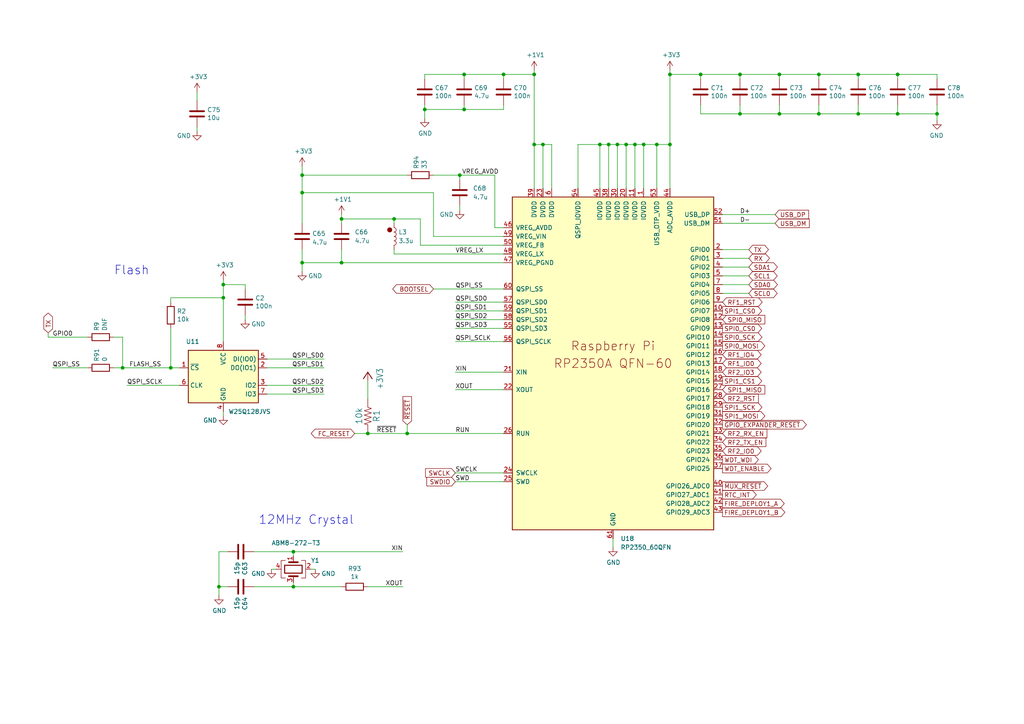
<source format=kicad_sch>
(kicad_sch (version 20250114) (generator "eeschema") (generator_version "9.0")
  (paper "A4")
  (lib_symbols
    (symbol "Adafruit ItsyBitsy RP2040-eagle-import:+3V3" (power)
      (property "Value" "+3V3" (at -2.54 -5.08 90))
      (symbol "+3V3_1_0"
        (polyline (pts (xy 0 0) (xy -1.27 -1.905)) (stroke (width 0.254)))
        (polyline (pts (xy 1.27 -1.905) (xy 0 0)) (stroke (width 0.254)))
        (pin power_in line (at 0 -2.54 90) (length 2.54) (name "+3V3") (number "1"))
      )
    )
    (symbol "Device:C" (pin_numbers (hide yes)) (pin_names (offset 0.254))
      (property "Reference" "C" (at 0.635 2.54 0))
      (property "Value" "C" (at 0.635 -2.54 0))
      (symbol "C_0_1"
        (polyline (pts (xy -2.032 0.762) (xy 2.032 0.762)) (stroke (width 0.508)))
        (polyline (pts (xy -2.032 -0.762) (xy 2.032 -0.762)) (stroke (width 0.508)))
      )
      (symbol "C_1_1"
        (pin passive line (at 0 3.81 270) (length 2.794) (name "~") (number "1"))
        (pin passive line (at 0 -3.81 90) (length 2.794) (name "~") (number "2"))
      )
    )
    (symbol "Device:Crystal_GND24" (pin_names (offset 1.016) (hide yes))
      (property "Reference" "Y" (at 3.175 5.08 0))
      (property "Value" "Crystal_GND24" (at 3.175 3.175 0))
      (symbol "Crystal_GND24_0_1"
        (polyline (pts (xy -2.54 2.286) (xy -2.54 3.556) (xy 2.54 3.556) (xy 2.54 2.286)))
        (polyline (pts (xy -2.54 0) (xy -2.032 0)))
        (polyline (pts (xy -2.54 -2.286) (xy -2.54 -3.556) (xy 2.54 -3.556) (xy 2.54 -2.286)))
        (polyline (pts (xy -2.032 -1.27) (xy -2.032 1.27)) (stroke (width 0.508)))
        (rectangle (start -1.143 2.54) (end 1.143 -2.54) (stroke (width 0.3048)))
        (polyline (pts (xy 0 3.556) (xy 0 3.81)))
        (polyline (pts (xy 0 -3.81) (xy 0 -3.556)))
        (polyline (pts (xy 2.032 0) (xy 2.54 0)))
        (polyline (pts (xy 2.032 -1.27) (xy 2.032 1.27)) (stroke (width 0.508)))
      )
      (symbol "Crystal_GND24_1_1"
        (pin passive line (at -3.81 0 0) (length 1.27) (name "1") (number "1"))
        (pin passive line (at 0 5.08 270) (length 1.27) (name "2") (number "2"))
        (pin passive line (at 0 -5.08 90) (length 1.27) (name "4") (number "4"))
        (pin passive line (at 3.81 0 180) (length 1.27) (name "3") (number "3"))
      )
    )
    (symbol "Device:L" (pin_numbers (hide yes)) (pin_names (offset 1.016) (hide yes))
      (property "Reference" "L" (at -1.27 0 90))
      (property "Value" "L" (at 1.905 0 90))
      (symbol "L_0_1"
        (arc (start 0 2.54) (mid 0.6323 1.905) (end 0 1.27))
        (arc (start 0 1.27) (mid 0.6323 0.635) (end 0 0))
        (arc (start 0 0) (mid 0.6323 -0.635) (end 0 -1.27))
        (arc (start 0 -1.27) (mid 0.6323 -1.905) (end 0 -2.54))
      )
      (symbol "L_1_1"
        (pin passive line (at 0 3.81 270) (length 1.27) (name "1") (number "1"))
        (pin passive line (at 0 -3.81 90) (length 1.27) (name "2") (number "2"))
      )
    )
    (symbol "Device:R" (pin_numbers (hide yes)) (pin_names (offset 0))
      (property "Reference" "R" (at 2.032 0 90))
      (property "Value" "R" (at 0 0 90))
      (symbol "R_0_1"
        (rectangle (start -1.016 -2.54) (end 1.016 2.54) (stroke (width 0.254)))
      )
      (symbol "R_1_1"
        (pin passive line (at 0 3.81 270) (length 1.27) (name "~") (number "1"))
        (pin passive line (at 0 -3.81 90) (length 1.27) (name "~") (number "2"))
      )
    )
    (symbol "MCU_RaspberryPi_RP2350:RP2350_60QFN" (pin_names (offset 1.016))
      (property "Reference" "U" (at -29.21 49.53 0))
      (property "Value" "RP2350_60QFN" (at 24.13 -49.53 0))
      (symbol "RP2350_60QFN_0_0"
        (text "Raspberry Pi" (at 0 5.08 0) (effects (font (size 2.54 2.54))))
      )
      (symbol "RP2350_60QFN_0_1"
        (rectangle (start 29.21 48.26) (end -29.21 -48.26) (stroke (width 0.254)) (fill (type background)))
      )
      (symbol "RP2350_60QFN_1_0"
        (text "RP2350A QFN-60" (at 0 0 0) (effects (font (size 2.54 2.54))))
      )
      (symbol "RP2350_60QFN_1_1"
        (pin power_in line (at -31.75 39.37 0) (length 2.54) (name "VREG_AVDD") (number "46"))
        (pin power_in line (at -31.75 36.83 0) (length 2.54) (name "VREG_VIN") (number "49"))
        (pin input line (at -31.75 34.29 0) (length 2.54) (name "VREG_FB") (number "50"))
        (pin power_out line (at -31.75 31.75 0) (length 2.54) (name "VREG_LX") (number "48"))
        (pin power_in line (at -31.75 29.21 0) (length 2.54) (name "VREG_PGND") (number "47"))
        (pin bidirectional line (at -31.75 21.59 0) (length 2.54) (name "QSPI_SS") (number "60"))
        (pin bidirectional line (at -31.75 17.78 0) (length 2.54) (name "QSPI_SD0") (number "57"))
        (pin bidirectional line (at -31.75 15.24 0) (length 2.54) (name "QSPI_SD1") (number "59"))
        (pin bidirectional line (at -31.75 12.7 0) (length 2.54) (name "QSPI_SD2") (number "58"))
        (pin bidirectional line (at -31.75 10.16 0) (length 2.54) (name "QSPI_SD3") (number "55"))
        (pin output line (at -31.75 6.35 0) (length 2.54) (name "QSPI_SCLK") (number "56"))
        (pin input line (at -31.75 -2.54 0) (length 2.54) (name "XIN") (number "21"))
        (pin passive line (at -31.75 -7.62 0) (length 2.54) (name "XOUT") (number "22"))
        (pin input line (at -31.75 -20.32 0) (length 2.54) (name "RUN") (number "26"))
        (pin output line (at -31.75 -31.75 0) (length 2.54) (name "SWCLK") (number "24"))
        (pin bidirectional line (at -31.75 -34.29 0) (length 2.54) (name "SWD") (number "25"))
        (pin power_in line (at -22.86 50.8 270) (length 2.54) (name "DVDD") (number "39"))
        (pin power_in line (at -20.32 50.8 270) (length 2.54) (name "DVDD") (number "23"))
        (pin power_in line (at -17.78 50.8 270) (length 2.54) (name "DVDD") (number "6"))
        (pin power_in line (at -10.16 50.8 270) (length 2.54) (name "QSPI_IOVDD") (number "54"))
        (pin power_in line (at -3.81 50.8 270) (length 2.54) (name "IOVDD") (number "45"))
        (pin power_in line (at -1.27 50.8 270) (length 2.54) (name "IOVDD") (number "38"))
        (pin power_in line (at 0 -50.8 90) (length 2.54) (name "GND") (number "61"))
        (pin power_in line (at 1.27 50.8 270) (length 2.54) (name "IOVDD") (number "30"))
        (pin power_in line (at 3.81 50.8 270) (length 2.54) (name "IOVDD") (number "20"))
        (pin power_in line (at 6.35 50.8 270) (length 2.54) (name "IOVDD") (number "11"))
        (pin power_in line (at 8.89 50.8 270) (length 2.54) (name "IOVDD") (number "1"))
        (pin power_in line (at 12.7 50.8 270) (length 2.54) (name "USB_OTP_VDD") (number "53"))
        (pin power_in line (at 16.51 50.8 270) (length 2.54) (name "ADC_AVDD") (number "44"))
        (pin bidirectional line (at 31.75 43.18 180) (length 2.54) (name "USB_DP") (number "52"))
        (pin bidirectional line (at 31.75 40.64 180) (length 2.54) (name "USB_DM") (number "51"))
        (pin bidirectional line (at 31.75 33.02 180) (length 2.54) (name "GPIO0") (number "2"))
        (pin bidirectional line (at 31.75 30.48 180) (length 2.54) (name "GPIO1") (number "3"))
        (pin bidirectional line (at 31.75 27.94 180) (length 2.54) (name "GPIO2") (number "4"))
        (pin bidirectional line (at 31.75 25.4 180) (length 2.54) (name "GPIO3") (number "5"))
        (pin bidirectional line (at 31.75 22.86 180) (length 2.54) (name "GPIO4") (number "7"))
        (pin bidirectional line (at 31.75 20.32 180) (length 2.54) (name "GPIO5") (number "8"))
        (pin bidirectional line (at 31.75 17.78 180) (length 2.54) (name "GPIO6") (number "9"))
        (pin bidirectional line (at 31.75 15.24 180) (length 2.54) (name "GPIO7") (number "10"))
        (pin bidirectional line (at 31.75 12.7 180) (length 2.54) (name "GPIO8") (number "12"))
        (pin bidirectional line (at 31.75 10.16 180) (length 2.54) (name "GPIO9") (number "13"))
        (pin bidirectional line (at 31.75 7.62 180) (length 2.54) (name "GPIO10") (number "14"))
        (pin bidirectional line (at 31.75 5.08 180) (length 2.54) (name "GPIO11") (number "15"))
        (pin bidirectional line (at 31.75 2.54 180) (length 2.54) (name "GPIO12") (number "16"))
        (pin bidirectional line (at 31.75 0 180) (length 2.54) (name "GPIO13") (number "17"))
        (pin bidirectional line (at 31.75 -2.54 180) (length 2.54) (name "GPIO14") (number "18"))
        (pin bidirectional line (at 31.75 -5.08 180) (length 2.54) (name "GPIO15") (number "19"))
        (pin bidirectional line (at 31.75 -7.62 180) (length 2.54) (name "GPIO16") (number "27"))
        (pin bidirectional line (at 31.75 -10.16 180) (length 2.54) (name "GPIO17") (number "28"))
        (pin bidirectional line (at 31.75 -12.7 180) (length 2.54) (name "GPIO18") (number "29"))
        (pin bidirectional line (at 31.75 -15.24 180) (length 2.54) (name "GPIO19") (number "31"))
        (pin bidirectional line (at 31.75 -17.78 180) (length 2.54) (name "GPIO20") (number "32"))
        (pin bidirectional line (at 31.75 -20.32 180) (length 2.54) (name "GPIO21") (number "33"))
        (pin bidirectional line (at 31.75 -22.86 180) (length 2.54) (name "GPIO22") (number "34"))
        (pin bidirectional line (at 31.75 -25.4 180) (length 2.54) (name "GPIO23") (number "35"))
        (pin bidirectional line (at 31.75 -27.94 180) (length 2.54) (name "GPIO24") (number "36"))
        (pin bidirectional line (at 31.75 -30.48 180) (length 2.54) (name "GPIO25") (number "37"))
        (pin bidirectional line (at 31.75 -35.56 180) (length 2.54) (name "GPIO26_ADC0") (number "40"))
        (pin bidirectional line (at 31.75 -38.1 180) (length 2.54) (name "GPIO27_ADC1") (number "41"))
        (pin bidirectional line (at 31.75 -40.64 180) (length 2.54) (name "GPIO28_ADC2") (number "42"))
        (pin bidirectional line (at 31.75 -43.18 180) (length 2.54) (name "GPIO29_ADC3") (number "43"))
      )
    )
    (symbol "Memory_Flash:W25Q128JVS"
      (property "Reference" "U" (at -8.89 8.89 0))
      (property "Value" "W25Q128JVS" (at 7.62 8.89 0))
      (symbol "W25Q128JVS_0_1"
        (rectangle (start -10.16 7.62) (end 10.16 -7.62) (stroke (width 0.254)) (fill (type background)))
      )
      (symbol "W25Q128JVS_1_1"
        (pin input line (at -12.7 2.54 0) (length 2.54) (name "~{CS}") (number "1"))
        (pin input line (at -12.7 -2.54 0) (length 2.54) (name "CLK") (number "6"))
        (pin power_in line (at 0 10.16 270) (length 2.54) (name "VCC") (number "8"))
        (pin power_in line (at 0 -10.16 90) (length 2.54) (name "GND") (number "4"))
        (pin bidirectional line (at 12.7 5.08 180) (length 2.54) (name "DI(IO0)") (number "5"))
        (pin bidirectional line (at 12.7 2.54 180) (length 2.54) (name "DO(IO1)") (number "2"))
        (pin bidirectional line (at 12.7 -2.54 180) (length 2.54) (name "IO2") (number "3"))
        (pin bidirectional line (at 12.7 -5.08 180) (length 2.54) (name "IO3") (number "7"))
      )
    )
    (symbol "mainboard:RESISTOR0603" (pin_names (offset 1.016))
      (property "Reference" "R" (at 0 1.524 0))
      (property "Value" "RESISTOR0603" (at 0 -1.524 0))
      (symbol "RESISTOR0603_1_0"
        (polyline (pts (xy -2.54 0) (xy -2.159 1.016)))
        (polyline (pts (xy -2.159 1.016) (xy -1.524 -1.016)))
        (polyline (pts (xy -1.524 -1.016) (xy -0.889 1.016)))
        (polyline (pts (xy -0.889 1.016) (xy -0.254 -1.016)))
        (polyline (pts (xy -0.254 -1.016) (xy 0.381 1.016)))
        (polyline (pts (xy 0.381 1.016) (xy 1.016 -1.016)))
        (polyline (pts (xy 1.016 -1.016) (xy 1.651 1.016)))
        (polyline (pts (xy 1.651 1.016) (xy 2.286 -1.016)))
        (polyline (pts (xy 2.286 -1.016) (xy 2.54 0)))
        (pin passive line (at -5.08 0 0) (length 2.54) (name "1") (number "1"))
        (pin passive line (at 5.08 0 180) (length 2.54) (name "2") (number "2"))
      )
    )
    (symbol "power:+1V1" (power) (pin_names (offset 0))
      (property "Value" "+1V1" (at 0 3.556 0))
      (symbol "+1V1_0_1"
        (polyline (pts (xy -0.762 1.27) (xy 0 2.54)))
        (polyline (pts (xy 0 2.54) (xy 0.762 1.27)))
        (polyline (pts (xy 0 0) (xy 0 2.54)))
      )
      (symbol "+1V1_1_1"
        (pin power_in line (at 0 0 90) (length 0) (hide yes) (name "+1V1") (number "1"))
      )
    )
    (symbol "power:+3V3" (power) (pin_names (offset 0))
      (property "Value" "+3V3" (at 0 3.556 0))
      (symbol "+3V3_0_1"
        (polyline (pts (xy -0.762 1.27) (xy 0 2.54)))
        (polyline (pts (xy 0 2.54) (xy 0.762 1.27)))
        (polyline (pts (xy 0 0) (xy 0 2.54)))
      )
      (symbol "+3V3_1_1"
        (pin power_in line (at 0 0 90) (length 0) (hide yes) (name "+3V3") (number "1"))
      )
    )
    (symbol "power:GND" (power) (pin_names (offset 0))
      (property "Value" "GND" (at 0 -3.81 0))
      (symbol "GND_0_1"
        (polyline (pts (xy 0 0) (xy 0 -1.27) (xy 1.27 -1.27) (xy 0 -2.54) (xy -1.27 -1.27) (xy 0 -1.27)))
      )
      (symbol "GND_1_1"
        (pin power_in line (at 0 0 270) (length 0) (hide yes) (name "GND") (number "1"))
      )
    )
  )
  (circle (center 113.03 66.675) (radius 0.635) (stroke (width 0) (color 132 0 0 1)) (fill (type color) (color 132 0 0 1)))
  (text "12MHz Crystal" (at 74.93 152.4 0) (effects (font (size 2.54 2.54)) (justify left bottom)))
  (text "Flash" (at 33.02 80.01 0) (effects (font (size 2.54 2.54)) (justify left bottom)))
  (junction (at 154.94 21.59))
  (junction (at 87.63 50.8))
  (junction (at 226.06 33.02))
  (junction (at 134.62 21.59))
  (junction (at 176.53 41.91))
  (junction (at 203.2 21.59))
  (junction (at 87.63 55.88))
  (junction (at 237.49 33.02))
  (junction (at 179.07 41.91))
  (junction (at 64.77 82.55))
  (junction (at 87.63 76.2))
  (junction (at 271.78 33.02))
  (junction (at 173.99 41.91))
  (junction (at 186.69 41.91))
  (junction (at 237.49 21.59))
  (junction (at 146.05 21.59))
  (junction (at 194.31 41.91))
  (junction (at 214.63 33.02))
  (junction (at 260.35 21.59))
  (junction (at 226.06 21.59))
  (junction (at 194.31 21.59))
  (junction (at 85.09 170.18))
  (junction (at 99.06 63.5))
  (junction (at 106.68 125.73))
  (junction (at 123.19 31.75))
  (junction (at 63.5 170.18))
  (junction (at 181.61 41.91))
  (junction (at 114.3 63.5))
  (junction (at 248.92 33.02))
  (junction (at 133.35 50.8))
  (junction (at 49.53 106.68))
  (junction (at 184.15 41.91))
  (junction (at 157.48 41.91))
  (junction (at 35.56 106.68))
  (junction (at 118.11 125.73))
  (junction (at 85.09 160.02))
  (junction (at 134.62 31.75))
  (junction (at 154.94 41.91))
  (junction (at 99.06 76.2))
  (junction (at 260.35 33.02))
  (junction (at 64.77 86.36))
  (junction (at 190.5 41.91))
  (junction (at 214.63 21.59))
  (junction (at 248.92 21.59))
  (wire (pts (xy 214.63 22.86) (xy 214.63 21.59)))
  (wire (pts (xy 87.63 55.88) (xy 125.73 55.88)))
  (wire (pts (xy 214.63 30.48) (xy 214.63 33.02)))
  (wire (pts (xy 186.69 41.91) (xy 190.5 41.91)))
  (wire (pts (xy 114.3 73.66) (xy 114.3 72.39)))
  (wire (pts (xy 125.73 68.58) (xy 146.05 68.58)))
  (wire (pts (xy 248.92 30.48) (xy 248.92 33.02)))
  (wire (pts (xy 179.07 41.91) (xy 181.61 41.91)))
  (wire (pts (xy 133.35 50.8) (xy 133.35 52.07)))
  (wire (pts (xy 66.04 160.02) (xy 63.5 160.02)))
  (wire (pts (xy 260.35 33.02) (xy 271.78 33.02)))
  (wire (pts (xy 260.35 30.48) (xy 260.35 33.02)))
  (wire (pts (xy 209.55 72.39) (xy 217.17 72.39)))
  (wire (pts (xy 217.17 74.93) (xy 209.55 74.93)))
  (wire (pts (xy 73.66 170.18) (xy 85.09 170.18)))
  (wire (pts (xy 154.94 21.59) (xy 154.94 41.91)))
  (wire (pts (xy 132.08 95.25) (xy 146.05 95.25)))
  (wire (pts (xy 87.63 76.2) (xy 99.06 76.2)))
  (wire (pts (xy 209.55 85.09) (xy 217.17 85.09)))
  (wire (pts (xy 77.47 114.3) (xy 93.98 114.3)))
  (wire (pts (xy 33.02 106.68) (xy 35.56 106.68)))
  (wire (pts (xy 181.61 54.61) (xy 181.61 41.91)))
  (wire (pts (xy 176.53 54.61) (xy 176.53 41.91)))
  (wire (pts (xy 35.56 97.79) (xy 35.56 106.68)))
  (wire (pts (xy 87.63 48.26) (xy 87.63 50.8)))
  (wire (pts (xy 114.3 63.5) (xy 114.3 64.77)))
  (wire (pts (xy 132.08 87.63) (xy 146.05 87.63)))
  (wire (pts (xy 209.55 64.77) (xy 224.79 64.77)))
  (wire (pts (xy 77.47 111.76) (xy 93.98 111.76)))
  (wire (pts (xy 157.48 54.61) (xy 157.48 41.91)))
  (wire (pts (xy 237.49 22.86) (xy 237.49 21.59)))
  (wire (pts (xy 99.06 72.39) (xy 99.06 76.2)))
  (wire (pts (xy 214.63 33.02) (xy 203.2 33.02)))
  (wire (pts (xy 125.73 55.88) (xy 125.73 68.58)))
  (wire (pts (xy 179.07 54.61) (xy 179.07 41.91)))
  (wire (pts (xy 226.06 30.48) (xy 226.06 33.02)))
  (wire (pts (xy 13.97 97.79) (xy 25.4 97.79)))
  (wire (pts (xy 49.53 87.63) (xy 49.53 86.36)))
  (wire (pts (xy 181.61 41.91) (xy 184.15 41.91)))
  (wire (pts (xy 99.06 64.77) (xy 99.06 63.5)))
  (wire (pts (xy 125.73 50.8) (xy 133.35 50.8)))
  (wire (pts (xy 125.73 83.82) (xy 146.05 83.82)))
  (wire (pts (xy 71.12 82.55) (xy 64.77 82.55)))
  (wire (pts (xy 143.51 66.04) (xy 146.05 66.04)))
  (wire (pts (xy 78.74 165.1) (xy 80.01 165.1)))
  (wire (pts (xy 203.2 21.59) (xy 214.63 21.59)))
  (wire (pts (xy 173.99 41.91) (xy 176.53 41.91)))
  (wire (pts (xy 64.77 86.36) (xy 64.77 99.06)))
  (wire (pts (xy 226.06 33.02) (xy 214.63 33.02)))
  (wire (pts (xy 64.77 119.38) (xy 64.77 120.65)))
  (wire (pts (xy 77.47 106.68) (xy 93.98 106.68)))
  (wire (pts (xy 271.78 33.02) (xy 271.78 34.925)))
  (wire (pts (xy 194.31 21.59) (xy 194.31 41.91)))
  (wire (pts (xy 190.5 54.61) (xy 190.5 41.91)))
  (wire (pts (xy 102.87 125.73) (xy 106.68 125.73)))
  (wire (pts (xy 209.55 82.55) (xy 217.17 82.55)))
  (wire (pts (xy 143.51 50.8) (xy 143.51 66.04)))
  (wire (pts (xy 123.19 21.59) (xy 134.62 21.59)))
  (wire (pts (xy 146.05 22.86) (xy 146.05 21.59)))
  (wire (pts (xy 63.5 160.02) (xy 63.5 170.18)))
  (wire (pts (xy 203.2 22.86) (xy 203.2 21.59)))
  (wire (pts (xy 173.99 54.61) (xy 173.99 41.91)))
  (wire (pts (xy 57.15 36.83) (xy 57.15 38.1)))
  (wire (pts (xy 87.63 76.2) (xy 87.63 78.74)))
  (wire (pts (xy 248.92 21.59) (xy 260.35 21.59)))
  (wire (pts (xy 87.63 55.88) (xy 87.63 64.77)))
  (wire (pts (xy 134.62 30.48) (xy 134.62 31.75)))
  (wire (pts (xy 260.35 33.02) (xy 248.92 33.02)))
  (wire (pts (xy 260.35 21.59) (xy 271.78 21.59)))
  (wire (pts (xy 237.49 30.48) (xy 237.49 33.02)))
  (wire (pts (xy 248.92 22.86) (xy 248.92 21.59)))
  (wire (pts (xy 77.47 104.14) (xy 93.98 104.14)))
  (wire (pts (xy 146.05 31.75) (xy 146.05 30.48)))
  (wire (pts (xy 132.08 92.71) (xy 146.05 92.71)))
  (wire (pts (xy 49.53 95.25) (xy 49.53 106.68)))
  (wire (pts (xy 209.55 77.47) (xy 217.17 77.47)))
  (wire (pts (xy 118.11 125.73) (xy 146.05 125.73)))
  (wire (pts (xy 85.09 168.91) (xy 85.09 170.18)))
  (wire (pts (xy 49.53 106.68) (xy 52.07 106.68)))
  (wire (pts (xy 133.35 60.96) (xy 133.35 59.69)))
  (wire (pts (xy 106.68 110.49) (xy 106.68 115.57)))
  (wire (pts (xy 157.48 41.91) (xy 160.02 41.91)))
  (wire (pts (xy 121.92 63.5) (xy 114.3 63.5)))
  (wire (pts (xy 226.06 21.59) (xy 237.49 21.59)))
  (wire (pts (xy 160.02 41.91) (xy 160.02 54.61)))
  (wire (pts (xy 167.64 41.91) (xy 173.99 41.91)))
  (wire (pts (xy 87.63 50.8) (xy 87.63 55.88)))
  (wire (pts (xy 176.53 41.91) (xy 179.07 41.91)))
  (wire (pts (xy 90.17 165.1) (xy 91.44 165.1)))
  (wire (pts (xy 146.05 113.03) (xy 132.08 113.03)))
  (wire (pts (xy 248.92 33.02) (xy 237.49 33.02)))
  (wire (pts (xy 33.02 97.79) (xy 35.56 97.79)))
  (wire (pts (xy 87.63 50.8) (xy 118.11 50.8)))
  (wire (pts (xy 194.31 21.59) (xy 203.2 21.59)))
  (wire (pts (xy 184.15 41.91) (xy 186.69 41.91)))
  (wire (pts (xy 194.31 20.32) (xy 194.31 21.59)))
  (wire (pts (xy 134.62 22.86) (xy 134.62 21.59)))
  (wire (pts (xy 157.48 41.91) (xy 154.94 41.91)))
  (wire (pts (xy 106.68 170.18) (xy 116.84 170.18)))
  (wire (pts (xy 73.66 160.02) (xy 85.09 160.02)))
  (wire (pts (xy 64.77 82.55) (xy 64.77 86.36)))
  (wire (pts (xy 123.19 31.75) (xy 134.62 31.75)))
  (wire (pts (xy 87.63 72.39) (xy 87.63 76.2)))
  (wire (pts (xy 13.97 96.52) (xy 13.97 97.79)))
  (wire (pts (xy 146.05 137.16) (xy 132.08 137.16)))
  (wire (pts (xy 260.35 22.86) (xy 260.35 21.59)))
  (wire (pts (xy 190.5 41.91) (xy 194.31 41.91)))
  (wire (pts (xy 123.19 30.48) (xy 123.19 31.75)))
  (wire (pts (xy 167.64 54.61) (xy 167.64 41.91)))
  (wire (pts (xy 132.08 107.95) (xy 146.05 107.95)))
  (wire (pts (xy 99.06 62.23) (xy 99.06 63.5)))
  (wire (pts (xy 146.05 139.7) (xy 132.08 139.7)))
  (wire (pts (xy 177.8 156.21) (xy 177.8 158.75)))
  (wire (pts (xy 203.2 30.48) (xy 203.2 33.02)))
  (wire (pts (xy 57.15 26.67) (xy 57.15 29.21)))
  (wire (pts (xy 71.12 91.44) (xy 71.12 92.71)))
  (wire (pts (xy 99.06 63.5) (xy 114.3 63.5)))
  (wire (pts (xy 66.04 170.18) (xy 63.5 170.18)))
  (wire (pts (xy 85.09 160.02) (xy 116.84 160.02)))
  (wire (pts (xy 184.15 54.61) (xy 184.15 41.91)))
  (wire (pts (xy 214.63 21.59) (xy 226.06 21.59)))
  (wire (pts (xy 63.5 170.18) (xy 63.5 172.72)))
  (wire (pts (xy 85.09 170.18) (xy 99.06 170.18)))
  (wire (pts (xy 36.83 111.76) (xy 52.07 111.76)))
  (wire (pts (xy 123.19 22.86) (xy 123.19 21.59)))
  (wire (pts (xy 209.55 62.23) (xy 224.79 62.23)))
  (wire (pts (xy 146.05 71.12) (xy 121.92 71.12)))
  (wire (pts (xy 85.09 161.29) (xy 85.09 160.02)))
  (wire (pts (xy 35.56 106.68) (xy 49.53 106.68)))
  (wire (pts (xy 146.05 99.06) (xy 132.08 99.06)))
  (wire (pts (xy 237.49 33.02) (xy 226.06 33.02)))
  (wire (pts (xy 186.69 41.91) (xy 186.69 54.61)))
  (wire (pts (xy 114.3 73.66) (xy 146.05 73.66)))
  (wire (pts (xy 271.78 22.86) (xy 271.78 21.59)))
  (wire (pts (xy 123.19 31.75) (xy 123.19 34.29)))
  (wire (pts (xy 71.12 83.82) (xy 71.12 82.55)))
  (wire (pts (xy 194.31 41.91) (xy 194.31 54.61)))
  (wire (pts (xy 49.53 86.36) (xy 64.77 86.36)))
  (wire (pts (xy 134.62 31.75) (xy 146.05 31.75)))
  (wire (pts (xy 118.11 123.19) (xy 118.11 125.73)))
  (wire (pts (xy 118.11 125.73) (xy 106.68 125.73)))
  (wire (pts (xy 132.08 90.17) (xy 146.05 90.17)))
  (wire (pts (xy 154.94 20.32) (xy 154.94 21.59)))
  (wire (pts (xy 99.06 76.2) (xy 146.05 76.2)))
  (wire (pts (xy 133.35 50.8) (xy 143.51 50.8)))
  (wire (pts (xy 121.92 71.12) (xy 121.92 63.5)))
  (wire (pts (xy 15.24 106.68) (xy 25.4 106.68)))
  (wire (pts (xy 209.55 80.01) (xy 217.17 80.01)))
  (wire (pts (xy 271.78 30.48) (xy 271.78 33.02)))
  (wire (pts (xy 226.06 22.86) (xy 226.06 21.59)))
  (wire (pts (xy 134.62 21.59) (xy 146.05 21.59)))
  (wire (pts (xy 146.05 21.59) (xy 154.94 21.59)))
  (wire (pts (xy 64.77 81.28) (xy 64.77 82.55)))
  (wire (pts (xy 237.49 21.59) (xy 248.92 21.59)))
  (wire (pts (xy 154.94 41.91) (xy 154.94 54.61)))
  (label "QSPI_SD3" (at 132.08 95.25 0))
  (label "XIN" (at 132.08 107.95 0))
  (label "D-" (at 214.63 64.77 0) (effects (font (size 1.2446 1.2446))))
  (label "QSPI_SD0" (at 93.98 104.14 180))
  (label "D+" (at 214.63 62.23 0) (effects (font (size 1.2446 1.2446))))
  (label "QSPI_SD0" (at 132.08 87.63 0))
  (label "FLASH_SS" (at 37.465 106.68 0))
  (label "QSPI_SCLK" (at 132.08 99.06 0))
  (label "XIN" (at 116.84 160.02 180))
  (label "QSPI_SD3" (at 93.98 114.3 180))
  (label "GPIO0" (at 15.24 97.79 0))
  (label "QSPI_SD2" (at 132.08 92.71 0))
  (label "QSPI_SCLK" (at 36.83 111.76 0))
  (label "RUN" (at 132.08 125.73 0))
  (label "VREG_AVDD" (at 133.985 50.8 0))
  (label "QSPI_SS" (at 132.08 83.82 0))
  (label "QSPI_SS" (at 15.24 106.68 0))
  (label "QSPI_SD1" (at 132.08 90.17 0))
  (label "XOUT" (at 132.08 113.03 0))
  (label "XOUT" (at 116.84 170.18 180))
  (label "SWCLK" (at 132.08 137.16 0))
  (label "QSPI_SD2" (at 93.98 111.76 180))
  (label "VREG_LX" (at 132.08 73.66 0))
  (label "SWD" (at 132.08 139.7 0))
  (label "~{RESET}" (at 109.22 125.73 0) (effects (font (size 1.2446 1.2446))))
  (label "QSPI_SD1" (at 93.98 106.68 180))
  (global_label "~{GPIO_EXPANDER_RESET}" (shape output) (at 209.55 123.19 0) (property "Intersheetrefs" "${INTERSHEET_REFS}" (effects (hide yes))))
  (global_label "RF2_TX_EN" (shape input) (at 209.55 128.27 0) (property "Intersheetrefs" "${INTERSHEET_REFS}" (effects (hide yes))))
  (global_label "RF2_IO3" (shape bidirectional) (at 209.55 107.95 0) (property "Intersheetrefs" "${INTERSHEET_REFS}" (effects (hide yes))))
  (global_label "RF2_IO0" (shape bidirectional) (at 209.55 130.81 0) (property "Intersheetrefs" "${INTERSHEET_REFS}" (effects (hide yes))))
  (global_label "WDT_WDI" (shape output) (at 209.55 133.35 0) (property "Intersheetrefs" "${INTERSHEET_REFS}" (effects (hide yes))))
  (global_label "RF2_RST" (shape input) (at 209.55 115.57 0) (property "Intersheetrefs" "${INTERSHEET_REFS}" (effects (hide yes))))
  (global_label "RTC_INT" (shape output) (at 209.55 143.51 0) (property "Intersheetrefs" "${INTERSHEET_REFS}" (effects (hide yes))))
  (global_label "FIRE_DEPLOY1_A" (shape output) (at 209.55 146.05 0) (property "Intersheetrefs" "${INTERSHEET_REFS}" (effects (hide yes))))
  (global_label "~{RESET}" (shape input) (at 118.11 123.19 90) (property "Intersheetrefs" "${INTERSHEET_REFS}" (effects (hide yes))))
  (global_label "SPI0_MISO" (shape input) (at 209.55 92.71 0) (property "Intersheetrefs" "${INTERSHEET_REFS}" (effects (hide yes))))
  (global_label "SPI1_MOSI" (shape output) (at 209.55 120.65 0) (property "Intersheetrefs" "${INTERSHEET_REFS}" (effects (hide yes))))
  (global_label "SPI1_CS1" (shape output) (at 209.55 110.49 0) (property "Intersheetrefs" "${INTERSHEET_REFS}" (effects (hide yes))))
  (global_label "USB_DM" (shape input) (at 224.79 64.77 0) (property "Intersheetrefs" "${INTERSHEET_REFS}" (effects (hide yes))))
  (global_label "SPI1_MISO" (shape input) (at 209.55 113.03 0) (property "Intersheetrefs" "${INTERSHEET_REFS}" (effects (hide yes))))
  (global_label "SWDIO" (shape input) (at 132.08 139.7 180) (property "Intersheetrefs" "${INTERSHEET_REFS}" (effects (hide yes))))
  (global_label "RF1_IO0" (shape bidirectional) (at 209.55 105.41 0) (property "Intersheetrefs" "${INTERSHEET_REFS}" (effects (hide yes))))
  (global_label "RX" (shape bidirectional) (at 217.17 74.93 0) (property "Intersheetrefs" "${INTERSHEET_REFS}" (effects (hide yes))))
  (global_label "FC_RESET" (shape bidirectional) (at 102.87 125.73 180) (property "Intersheetrefs" "${INTERSHEET_REFS}" (effects (hide yes))))
  (global_label "SCL0" (shape bidirectional) (at 217.17 85.09 0) (property "Intersheetrefs" "${INTERSHEET_REFS}" (effects (hide yes))))
  (global_label "RF1_IO4" (shape bidirectional) (at 209.55 102.87 0) (property "Intersheetrefs" "${INTERSHEET_REFS}" (effects (hide yes))))
  (global_label "SPI1_SCK" (shape output) (at 209.55 118.11 0) (property "Intersheetrefs" "${INTERSHEET_REFS}" (effects (hide yes))))
  (global_label "WDT_ENABLE" (shape output) (at 209.55 135.89 0) (property "Intersheetrefs" "${INTERSHEET_REFS}" (effects (hide yes))))
  (global_label "TX" (shape bidirectional) (at 217.17 72.39 0) (property "Intersheetrefs" "${INTERSHEET_REFS}" (effects (hide yes))))
  (global_label "RF2_RX_EN" (shape input) (at 209.55 125.73 0) (property "Intersheetrefs" "${INTERSHEET_REFS}" (effects (hide yes))))
  (global_label "BOOTSEL" (shape bidirectional) (at 125.73 83.82 180) (property "Intersheetrefs" "${INTERSHEET_REFS}" (effects (hide yes))))
  (global_label "TX" (shape bidirectional) (at 13.97 96.52 90) (property "Intersheetrefs" "${INTERSHEET_REFS}" (effects (hide yes))))
  (global_label "SPI0_CS0" (shape output) (at 209.55 95.25 0) (property "Intersheetrefs" "${INTERSHEET_REFS}" (effects (hide yes))))
  (global_label "SWCLK" (shape input) (at 132.08 137.16 180) (property "Intersheetrefs" "${INTERSHEET_REFS}" (effects (hide yes))))
  (global_label "SCL1" (shape bidirectional) (at 217.17 80.01 0) (property "Intersheetrefs" "${INTERSHEET_REFS}" (effects (hide yes))))
  (global_label "~{MUX_RESET}" (shape output) (at 209.55 140.97 0) (property "Intersheetrefs" "${INTERSHEET_REFS}" (effects (hide yes))))
  (global_label "SPI0_MOSI" (shape output) (at 209.55 100.33 0) (property "Intersheetrefs" "${INTERSHEET_REFS}" (effects (hide yes))))
  (global_label "FIRE_DEPLOY1_B" (shape output) (at 209.55 148.59 0) (property "Intersheetrefs" "${INTERSHEET_REFS}" (effects (hide yes))))
  (global_label "SDA1" (shape bidirectional) (at 217.17 77.47 0) (property "Intersheetrefs" "${INTERSHEET_REFS}" (effects (hide yes))))
  (global_label "USB_DP" (shape input) (at 224.79 62.23 0) (property "Intersheetrefs" "${INTERSHEET_REFS}" (effects (hide yes))))
  (global_label "SPI0_SCK" (shape output) (at 209.55 97.79 0) (property "Intersheetrefs" "${INTERSHEET_REFS}" (effects (hide yes))))
  (global_label "SPI1_CS0" (shape output) (at 209.55 90.17 0) (property "Intersheetrefs" "${INTERSHEET_REFS}" (effects (hide yes))))
  (global_label "RF1_RST" (shape bidirectional) (at 209.55 87.63 0) (property "Intersheetrefs" "${INTERSHEET_REFS}" (effects (hide yes))))
  (global_label "SDA0" (shape bidirectional) (at 217.17 82.55 0) (property "Intersheetrefs" "${INTERSHEET_REFS}" (effects (hide yes))))
  (symbol (lib_id "Device:C") (at 71.12 87.63 0) (unit 1)
    (property "Reference" "C2" (at 74.041 86.4616 0) (effects (justify left)))
    (property "Value" "100n" (at 74.041 88.773 0) (effects (justify left)))
    (property "Footprint" "Capacitor_SMD:C_0402_1005Metric" (effects (hide yes)))
  )
  (symbol (lib_id "power:+3V3") (at 57.15 26.67 0) (unit 1)
    (property "Reference" "#PWR0157" (effects (hide yes)))
    (property "Value" "+3V3" (at 57.531 22.2758 0))
  )
  (symbol (lib_id "power:+3V3") (at 87.63 48.26 0) (unit 1)
    (property "Reference" "#PWR074" (effects (hide yes)))
    (property "Value" "+3V3" (at 88.011 43.8658 0))
  )
  (symbol (lib_id "Device:R") (at 49.53 91.44 0) (unit 1)
    (property "Reference" "R2" (at 51.308 90.2716 0) (effects (justify left)))
    (property "Value" "10k" (at 51.308 92.583 0) (effects (justify left)))
    (property "Footprint" "Resistor_SMD:R_0402_1005Metric" (effects (hide yes)))
  )
  (symbol (lib_id "Device:C") (at 57.15 33.02 0) (unit 1)
    (property "Reference" "C75" (at 60.071 31.8516 0) (effects (justify left)))
    (property "Value" "10u" (at 60.071 34.163 0) (effects (justify left)))
    (property "Footprint" "Capacitor_SMD:C_0805_2012Metric" (effects (hide yes)))
  )
  (symbol (lib_id "power:GND") (at 91.44 165.1 0) (unit 1)
    (property "Reference" "#PWR079" (effects (hide yes)))
    (property "Value" "GND" (at 95.25 166.37 0))
  )
  (symbol (lib_id "MCU_RaspberryPi_RP2350:RP2350_60QFN") (at 177.8 105.41 0) (unit 1)
    (property "Reference" "U18" (at 179.9941 156.21 0) (effects (justify left)))
    (property "Value" "RP2350_60QFN" (at 179.9941 158.75 0) (effects (justify left)))
    (property "Footprint" "RP2350_60QFN_minimal:RP2350-QFN-60-1EP_7x7_P0.4mm_EP3.4x3.4mm_ThermalVias" (effects (hide yes)))
    (property "Datasheet" "https://datasheets.raspberrypi.com/rp2350/rp2350-datasheet.pdf" (effects (hide yes)))
  )
  (symbol (lib_id "Device:C") (at 237.49 26.67 0) (unit 1)
    (property "Reference" "C74" (at 240.411 25.5016 0) (effects (justify left)))
    (property "Value" "100n" (at 240.411 27.813 0) (effects (justify left)))
    (property "Footprint" "Capacitor_SMD:C_0402_1005Metric" (effects (hide yes)))
  )
  (symbol (lib_id "power:+1V1") (at 99.06 62.23 0) (unit 1)
    (property "Reference" "#PWR0111" (effects (hide yes)))
    (property "Value" "+1V1" (at 99.441 57.8358 0))
  )
  (symbol (lib_id "Device:C") (at 87.63 68.58 0) (unit 1)
    (property "Reference" "C65" (at 90.551 67.7453 0) (effects (justify left)))
    (property "Value" "4.7u" (at 90.551 70.2822 0) (effects (justify left)))
    (property "Footprint" "RP2350_60QFN_minimal:C_0402_1005Metric_small_pads" (effects (hide yes)))
  )
  (symbol (lib_id "Device:C") (at 133.35 55.88 0) (unit 1)
    (property "Reference" "C68" (at 137.16 54.61 0) (effects (justify left)))
    (property "Value" "4.7u" (at 137.16 57.15 0) (effects (justify left)))
    (property "Footprint" "Capacitor_SMD:C_0402_1005Metric" (effects (hide yes)))
  )
  (symbol (lib_id "mainboard:RESISTOR0603") (at 106.68 120.65 270) (unit 1)
    (property "Reference" "R1" (at 108.204 120.65 0) (effects (font (size 1.778 1.778)) (justify bottom)))
    (property "Value" "10k" (at 105.156 120.65 0) (effects (font (size 1.778 1.778)) (justify top)))
    (property "Footprint" "Resistor_SMD:R_0603_1608Metric" (effects (hide yes)))
    (property "Description" "100K 0603" (effects (hide yes)))
  )
  (symbol (lib_id "power:GND") (at 133.35 60.96 0) (unit 1)
    (property "Reference" "#PWR0116" (effects (hide yes)))
    (property "Value" "GND" (at 129.54 62.23 0))
  )
  (symbol (lib_id "Device:L") (at 114.3 68.58 0) (unit 1)
    (property "Reference" "L3" (at 115.57 67.31 0) (effects (justify left)))
    (property "Value" "3.3u" (at 115.57 69.85 0) (effects (justify left)))
    (property "Footprint" "RP2350_60QFN_minimal:L_pol_2016" (effects (hide yes)))
  )
  (symbol (lib_id "power:+3V3") (at 194.31 20.32 0) (unit 1)
    (property "Reference" "#PWR0156" (effects (hide yes)))
    (property "Value" "+3V3" (at 194.691 15.9258 0))
  )
  (symbol (lib_id "Device:C") (at 123.19 26.67 0) (unit 1)
    (property "Reference" "C67" (at 126.111 25.5016 0) (effects (justify left)))
    (property "Value" "100n" (at 126.111 27.813 0) (effects (justify left)))
    (property "Footprint" "Capacitor_SMD:C_0402_1005Metric" (effects (hide yes)))
  )
  (symbol (lib_id "Device:C") (at 99.06 68.58 0) (unit 1)
    (property "Reference" "C66" (at 102.87 67.31 0) (effects (justify left)))
    (property "Value" "4.7u" (at 102.87 69.85 0) (effects (justify left)))
    (property "Footprint" "RP2350_60QFN_minimal:C_0402_1005Metric_small_pads" (effects (hide yes)))
  )
  (symbol (lib_id "power:GND") (at 87.63 78.74 0) (mirror y) (unit 1)
    (property "Reference" "#PWR075" (effects (hide yes)))
    (property "Value" "GND" (at 91.44 80.01 0))
  )
  (symbol (lib_id "Device:C") (at 134.62 26.67 0) (unit 1)
    (property "Reference" "C69" (at 137.541 25.5016 0) (effects (justify left)))
    (property "Value" "4.7u" (at 137.541 27.813 0) (effects (justify left)))
    (property "Footprint" "Capacitor_SMD:C_0402_1005Metric" (effects (hide yes)))
  )
  (symbol (lib_id "Device:C") (at 69.85 160.02 270) (unit 1)
    (property "Reference" "C63" (at 71.0184 162.941 0) (effects (justify left)))
    (property "Value" "15p" (at 68.707 162.941 0) (effects (justify left)))
    (property "Footprint" "Capacitor_SMD:C_0402_1005Metric" (effects (hide yes)))
  )
  (symbol (lib_id "Device:C") (at 226.06 26.67 0) (unit 1)
    (property "Reference" "C73" (at 228.981 25.5016 0) (effects (justify left)))
    (property "Value" "100n" (at 228.981 27.813 0) (effects (justify left)))
    (property "Footprint" "Capacitor_SMD:C_0402_1005Metric" (effects (hide yes)))
  )
  (symbol (lib_id "power:+3V3") (at 64.77 81.28 0) (unit 1)
    (property "Reference" "#PWR013" (effects (hide yes)))
    (property "Value" "+3V3" (at 65.151 76.8858 0))
  )
  (symbol (lib_id "Device:R") (at 102.87 170.18 270) (unit 1)
    (property "Reference" "R93" (at 102.87 164.9222 90))
    (property "Value" "1k" (at 102.87 167.2336 90))
    (property "Footprint" "Resistor_SMD:R_0402_1005Metric" (effects (hide yes)))
  )
  (symbol (lib_id "power:GND") (at 71.12 92.71 0) (unit 1)
    (property "Reference" "#PWR033" (effects (hide yes)))
    (property "Value" "GND" (at 74.93 93.98 0))
  )
  (symbol (lib_id "Memory_Flash:W25Q128JVS") (at 64.77 109.22 0) (unit 1)
    (property "Reference" "U11" (at 55.88 99.06 0))
    (property "Value" "W25Q128JVS" (at 72.39 119.38 0))
    (property "Footprint" "Package_SO:SOIC-8_5.3x5.3mm_P1.27mm" (effects (hide yes)))
    (property "Datasheet" "http://www.winbond.com/resource-files/w25q128jv_dtr%20revc%2003272018%20plus.pdf" (effects (hide yes)))
  )
  (symbol (lib_id "Device:C") (at 271.78 26.67 0) (unit 1)
    (property "Reference" "C78" (at 274.701 25.5016 0) (effects (justify left)))
    (property "Value" "100n" (at 274.701 27.813 0) (effects (justify left)))
    (property "Footprint" "Capacitor_SMD:C_0402_1005Metric" (effects (hide yes)))
  )
  (symbol (lib_id "power:GND") (at 78.74 165.1 0) (unit 1)
    (property "Reference" "#PWR055" (effects (hide yes)))
    (property "Value" "GND" (at 74.93 166.37 0))
  )
  (symbol (lib_id "power:GND") (at 123.19 34.29 0) (unit 1)
    (property "Reference" "#PWR0115" (effects (hide yes)))
    (property "Value" "GND" (at 123.317 38.6842 0))
  )
  (symbol (lib_id "Device:C") (at 260.35 26.67 0) (unit 1)
    (property "Reference" "C77" (at 263.271 25.5016 0) (effects (justify left)))
    (property "Value" "100n" (at 263.271 27.813 0) (effects (justify left)))
    (property "Footprint" "Capacitor_SMD:C_0402_1005Metric" (effects (hide yes)))
  )
  (symbol (lib_id "power:+1V1") (at 154.94 20.32 0) (unit 1)
    (property "Reference" "#PWR0148" (effects (hide yes)))
    (property "Value" "+1V1" (at 155.321 15.9258 0))
  )
  (symbol (lib_id "Adafruit ItsyBitsy RP2040-eagle-import:+3V3") (at 106.68 107.95 0) (mirror y) (unit 1)
    (property "Reference" "#+3V01" (effects (hide yes)))
    (property "Value" "+3V3" (at 109.22 113.03 90) (effects (font (size 1.778 1.5113)) (justify left bottom)))
    (property "Footprint" "Adafruit ItsyBitsy RP2040:" (effects (hide yes)))
  )
  (symbol (lib_id "power:GND") (at 57.15 38.1 0) (unit 1)
    (property "Reference" "#PWR0158" (effects (hide yes)))
    (property "Value" "GND" (at 53.34 39.37 0))
  )
  (symbol (lib_id "Device:R") (at 29.21 97.79 90) (unit 1)
    (property "Reference" "R9" (at 28.0416 96.012 0) (effects (justify left)))
    (property "Value" "DNF" (at 30.353 96.012 0) (effects (justify left)))
    (property "Footprint" "Resistor_SMD:R_0402_1005Metric" (effects (hide yes)))
  )
  (symbol (lib_id "Device:C") (at 248.92 26.67 0) (unit 1)
    (property "Reference" "C76" (at 251.841 25.5016 0) (effects (justify left)))
    (property "Value" "100n" (at 251.841 27.813 0) (effects (justify left)))
    (property "Footprint" "Capacitor_SMD:C_0402_1005Metric" (effects (hide yes)))
  )
  (symbol (lib_id "Device:R") (at 29.21 106.68 90) (unit 1)
    (property "Reference" "R91" (at 28.0416 104.902 0) (effects (justify left)))
    (property "Value" "0" (at 30.353 104.902 0) (effects (justify left)))
    (property "Footprint" "Resistor_SMD:R_0402_1005Metric" (effects (hide yes)))
  )
  (symbol (lib_id "power:GND") (at 177.8 158.75 0) (unit 1)
    (property "Reference" "#PWR0153" (effects (hide yes)))
    (property "Value" "GND" (at 177.927 163.1442 0))
  )
  (symbol (lib_id "power:GND") (at 271.78 34.925 0) (mirror y) (unit 1)
    (property "Reference" "#PWR0159" (effects (hide yes)))
    (property "Value" "GND" (at 271.653 39.3192 0))
  )
  (symbol (lib_id "Device:Crystal_GND24") (at 85.09 165.1 270) (unit 1)
    (property "Reference" "Y1" (at 90.17 162.56 90) (effects (justify left)))
    (property "Value" "ABM8-272-T3" (at 78.74 157.48 90) (effects (justify left)))
    (property "Footprint" "Crystal:Crystal_SMD_3225-4Pin_3.2x2.5mm" (effects (hide yes)))
  )
  (symbol (lib_id "power:GND") (at 64.77 120.65 0) (unit 1)
    (property "Reference" "#PWR031" (effects (hide yes)))
    (property "Value" "GND" (at 60.96 121.92 0))
  )
  (symbol (lib_id "Device:C") (at 214.63 26.67 0) (unit 1)
    (property "Reference" "C72" (at 217.551 25.5016 0) (effects (justify left)))
    (property "Value" "100n" (at 217.551 27.813 0) (effects (justify left)))
    (property "Footprint" "Capacitor_SMD:C_0402_1005Metric" (effects (hide yes)))
  )
  (symbol (lib_id "power:GND") (at 63.5 172.72 0) (unit 1)
    (property "Reference" "#PWR034" (effects (hide yes)))
    (property "Value" "GND" (at 63.627 177.1142 0))
  )
  (symbol (lib_id "Device:R") (at 121.92 50.8 90) (unit 1)
    (property "Reference" "R94" (at 120.7516 49.022 0) (effects (justify left)))
    (property "Value" "33" (at 123.063 49.022 0) (effects (justify left)))
    (property "Footprint" "Resistor_SMD:R_0402_1005Metric" (effects (hide yes)))
  )
  (symbol (lib_id "Device:C") (at 146.05 26.67 0) (unit 1)
    (property "Reference" "C70" (at 148.971 25.5016 0) (effects (justify left)))
    (property "Value" "100n" (at 148.971 27.813 0) (effects (justify left)))
    (property "Footprint" "Capacitor_SMD:C_0402_1005Metric" (effects (hide yes)))
  )
  (symbol (lib_id "Device:C") (at 69.85 170.18 270) (unit 1)
    (property "Reference" "C64" (at 71.0184 173.101 0) (effects (justify left)))
    (property "Value" "15p" (at 68.707 173.101 0) (effects (justify left)))
    (property "Footprint" "Capacitor_SMD:C_0402_1005Metric" (effects (hide yes)))
  )
  (symbol (lib_id "Device:C") (at 203.2 26.67 0) (unit 1)
    (property "Reference" "C71" (at 206.121 25.5016 0) (effects (justify left)))
    (property "Value" "100n" (at 206.121 27.813 0) (effects (justify left)))
    (property "Footprint" "Capacitor_SMD:C_0402_1005Metric" (effects (hide yes)))
  )
)
</source>
